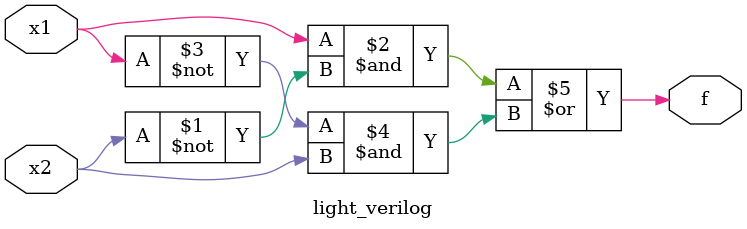
<source format=v>
module light_verilog (x1, x2, f);

       // Define inputs and outputs
       input x1, x2;
       output  f;

       // Implement the circuit
       assign f = (x1 & ~x2) | (~x1 & x2); 

endmodule

</source>
